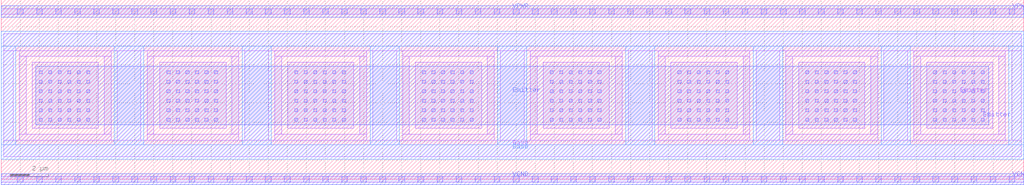
<source format=lef>
VERSION 5.7 ;
  NOWIREEXTENSIONATPIN ON ;
  DIVIDERCHAR "/" ;
  BUSBITCHARS "[]" ;
MACRO sky130_asc_pnp_8
  CLASS CORE ;
  FOREIGN sky130_asc_pnp_8 ;
  ORIGIN 0.000 0.000 ;
  SIZE 53.600 BY 9.400 ;
  SITE unitasc ;
  PIN Emitter
    DIRECTION INOUT ;
    ANTENNADIFFAREA 92.479996 ;
    PORT
      LAYER li1 ;
        RECT 1.615 2.665 5.085 6.135 ;
        RECT 8.315 2.665 11.785 6.135 ;
        RECT 15.015 2.665 18.485 6.135 ;
        RECT 21.715 2.665 25.185 6.135 ;
        RECT 28.415 2.665 31.885 6.135 ;
        RECT 35.115 2.665 38.585 6.135 ;
        RECT 41.815 2.665 45.285 6.135 ;
        RECT 48.515 2.665 51.985 6.135 ;
      LAYER mcon ;
        RECT 1.980 5.530 2.150 5.700 ;
        RECT 2.480 5.530 2.650 5.700 ;
        RECT 2.980 5.530 3.150 5.700 ;
        RECT 3.480 5.530 3.650 5.700 ;
        RECT 3.980 5.530 4.150 5.700 ;
        RECT 4.480 5.530 4.650 5.700 ;
        RECT 1.980 5.030 2.150 5.200 ;
        RECT 2.480 5.030 2.650 5.200 ;
        RECT 2.980 5.030 3.150 5.200 ;
        RECT 3.480 5.030 3.650 5.200 ;
        RECT 3.980 5.030 4.150 5.200 ;
        RECT 4.480 5.030 4.650 5.200 ;
        RECT 1.980 4.530 2.150 4.700 ;
        RECT 2.480 4.530 2.650 4.700 ;
        RECT 2.980 4.530 3.150 4.700 ;
        RECT 3.480 4.530 3.650 4.700 ;
        RECT 3.980 4.530 4.150 4.700 ;
        RECT 4.480 4.530 4.650 4.700 ;
        RECT 1.980 4.030 2.150 4.200 ;
        RECT 2.480 4.030 2.650 4.200 ;
        RECT 2.980 4.030 3.150 4.200 ;
        RECT 3.480 4.030 3.650 4.200 ;
        RECT 3.980 4.030 4.150 4.200 ;
        RECT 4.480 4.030 4.650 4.200 ;
        RECT 1.980 3.530 2.150 3.700 ;
        RECT 2.480 3.530 2.650 3.700 ;
        RECT 2.980 3.530 3.150 3.700 ;
        RECT 3.480 3.530 3.650 3.700 ;
        RECT 3.980 3.530 4.150 3.700 ;
        RECT 4.480 3.530 4.650 3.700 ;
        RECT 1.980 3.030 2.150 3.200 ;
        RECT 2.480 3.030 2.650 3.200 ;
        RECT 2.980 3.030 3.150 3.200 ;
        RECT 3.480 3.030 3.650 3.200 ;
        RECT 3.980 3.030 4.150 3.200 ;
        RECT 4.480 3.030 4.650 3.200 ;
        RECT 8.680 5.530 8.850 5.700 ;
        RECT 9.180 5.530 9.350 5.700 ;
        RECT 9.680 5.530 9.850 5.700 ;
        RECT 10.180 5.530 10.350 5.700 ;
        RECT 10.680 5.530 10.850 5.700 ;
        RECT 11.180 5.530 11.350 5.700 ;
        RECT 8.680 5.030 8.850 5.200 ;
        RECT 9.180 5.030 9.350 5.200 ;
        RECT 9.680 5.030 9.850 5.200 ;
        RECT 10.180 5.030 10.350 5.200 ;
        RECT 10.680 5.030 10.850 5.200 ;
        RECT 11.180 5.030 11.350 5.200 ;
        RECT 8.680 4.530 8.850 4.700 ;
        RECT 9.180 4.530 9.350 4.700 ;
        RECT 9.680 4.530 9.850 4.700 ;
        RECT 10.180 4.530 10.350 4.700 ;
        RECT 10.680 4.530 10.850 4.700 ;
        RECT 11.180 4.530 11.350 4.700 ;
        RECT 8.680 4.030 8.850 4.200 ;
        RECT 9.180 4.030 9.350 4.200 ;
        RECT 9.680 4.030 9.850 4.200 ;
        RECT 10.180 4.030 10.350 4.200 ;
        RECT 10.680 4.030 10.850 4.200 ;
        RECT 11.180 4.030 11.350 4.200 ;
        RECT 8.680 3.530 8.850 3.700 ;
        RECT 9.180 3.530 9.350 3.700 ;
        RECT 9.680 3.530 9.850 3.700 ;
        RECT 10.180 3.530 10.350 3.700 ;
        RECT 10.680 3.530 10.850 3.700 ;
        RECT 11.180 3.530 11.350 3.700 ;
        RECT 8.680 3.030 8.850 3.200 ;
        RECT 9.180 3.030 9.350 3.200 ;
        RECT 9.680 3.030 9.850 3.200 ;
        RECT 10.180 3.030 10.350 3.200 ;
        RECT 10.680 3.030 10.850 3.200 ;
        RECT 11.180 3.030 11.350 3.200 ;
        RECT 15.380 5.530 15.550 5.700 ;
        RECT 15.880 5.530 16.050 5.700 ;
        RECT 16.380 5.530 16.550 5.700 ;
        RECT 16.880 5.530 17.050 5.700 ;
        RECT 17.380 5.530 17.550 5.700 ;
        RECT 17.880 5.530 18.050 5.700 ;
        RECT 15.380 5.030 15.550 5.200 ;
        RECT 15.880 5.030 16.050 5.200 ;
        RECT 16.380 5.030 16.550 5.200 ;
        RECT 16.880 5.030 17.050 5.200 ;
        RECT 17.380 5.030 17.550 5.200 ;
        RECT 17.880 5.030 18.050 5.200 ;
        RECT 15.380 4.530 15.550 4.700 ;
        RECT 15.880 4.530 16.050 4.700 ;
        RECT 16.380 4.530 16.550 4.700 ;
        RECT 16.880 4.530 17.050 4.700 ;
        RECT 17.380 4.530 17.550 4.700 ;
        RECT 17.880 4.530 18.050 4.700 ;
        RECT 15.380 4.030 15.550 4.200 ;
        RECT 15.880 4.030 16.050 4.200 ;
        RECT 16.380 4.030 16.550 4.200 ;
        RECT 16.880 4.030 17.050 4.200 ;
        RECT 17.380 4.030 17.550 4.200 ;
        RECT 17.880 4.030 18.050 4.200 ;
        RECT 15.380 3.530 15.550 3.700 ;
        RECT 15.880 3.530 16.050 3.700 ;
        RECT 16.380 3.530 16.550 3.700 ;
        RECT 16.880 3.530 17.050 3.700 ;
        RECT 17.380 3.530 17.550 3.700 ;
        RECT 17.880 3.530 18.050 3.700 ;
        RECT 15.380 3.030 15.550 3.200 ;
        RECT 15.880 3.030 16.050 3.200 ;
        RECT 16.380 3.030 16.550 3.200 ;
        RECT 16.880 3.030 17.050 3.200 ;
        RECT 17.380 3.030 17.550 3.200 ;
        RECT 17.880 3.030 18.050 3.200 ;
        RECT 22.080 5.530 22.250 5.700 ;
        RECT 22.580 5.530 22.750 5.700 ;
        RECT 23.080 5.530 23.250 5.700 ;
        RECT 23.580 5.530 23.750 5.700 ;
        RECT 24.080 5.530 24.250 5.700 ;
        RECT 24.580 5.530 24.750 5.700 ;
        RECT 22.080 5.030 22.250 5.200 ;
        RECT 22.580 5.030 22.750 5.200 ;
        RECT 23.080 5.030 23.250 5.200 ;
        RECT 23.580 5.030 23.750 5.200 ;
        RECT 24.080 5.030 24.250 5.200 ;
        RECT 24.580 5.030 24.750 5.200 ;
        RECT 22.080 4.530 22.250 4.700 ;
        RECT 22.580 4.530 22.750 4.700 ;
        RECT 23.080 4.530 23.250 4.700 ;
        RECT 23.580 4.530 23.750 4.700 ;
        RECT 24.080 4.530 24.250 4.700 ;
        RECT 24.580 4.530 24.750 4.700 ;
        RECT 22.080 4.030 22.250 4.200 ;
        RECT 22.580 4.030 22.750 4.200 ;
        RECT 23.080 4.030 23.250 4.200 ;
        RECT 23.580 4.030 23.750 4.200 ;
        RECT 24.080 4.030 24.250 4.200 ;
        RECT 24.580 4.030 24.750 4.200 ;
        RECT 22.080 3.530 22.250 3.700 ;
        RECT 22.580 3.530 22.750 3.700 ;
        RECT 23.080 3.530 23.250 3.700 ;
        RECT 23.580 3.530 23.750 3.700 ;
        RECT 24.080 3.530 24.250 3.700 ;
        RECT 24.580 3.530 24.750 3.700 ;
        RECT 22.080 3.030 22.250 3.200 ;
        RECT 22.580 3.030 22.750 3.200 ;
        RECT 23.080 3.030 23.250 3.200 ;
        RECT 23.580 3.030 23.750 3.200 ;
        RECT 24.080 3.030 24.250 3.200 ;
        RECT 24.580 3.030 24.750 3.200 ;
        RECT 28.780 5.530 28.950 5.700 ;
        RECT 29.280 5.530 29.450 5.700 ;
        RECT 29.780 5.530 29.950 5.700 ;
        RECT 30.280 5.530 30.450 5.700 ;
        RECT 30.780 5.530 30.950 5.700 ;
        RECT 31.280 5.530 31.450 5.700 ;
        RECT 28.780 5.030 28.950 5.200 ;
        RECT 29.280 5.030 29.450 5.200 ;
        RECT 29.780 5.030 29.950 5.200 ;
        RECT 30.280 5.030 30.450 5.200 ;
        RECT 30.780 5.030 30.950 5.200 ;
        RECT 31.280 5.030 31.450 5.200 ;
        RECT 28.780 4.530 28.950 4.700 ;
        RECT 29.280 4.530 29.450 4.700 ;
        RECT 29.780 4.530 29.950 4.700 ;
        RECT 30.280 4.530 30.450 4.700 ;
        RECT 30.780 4.530 30.950 4.700 ;
        RECT 31.280 4.530 31.450 4.700 ;
        RECT 28.780 4.030 28.950 4.200 ;
        RECT 29.280 4.030 29.450 4.200 ;
        RECT 29.780 4.030 29.950 4.200 ;
        RECT 30.280 4.030 30.450 4.200 ;
        RECT 30.780 4.030 30.950 4.200 ;
        RECT 31.280 4.030 31.450 4.200 ;
        RECT 28.780 3.530 28.950 3.700 ;
        RECT 29.280 3.530 29.450 3.700 ;
        RECT 29.780 3.530 29.950 3.700 ;
        RECT 30.280 3.530 30.450 3.700 ;
        RECT 30.780 3.530 30.950 3.700 ;
        RECT 31.280 3.530 31.450 3.700 ;
        RECT 28.780 3.030 28.950 3.200 ;
        RECT 29.280 3.030 29.450 3.200 ;
        RECT 29.780 3.030 29.950 3.200 ;
        RECT 30.280 3.030 30.450 3.200 ;
        RECT 30.780 3.030 30.950 3.200 ;
        RECT 31.280 3.030 31.450 3.200 ;
        RECT 35.480 5.530 35.650 5.700 ;
        RECT 35.980 5.530 36.150 5.700 ;
        RECT 36.480 5.530 36.650 5.700 ;
        RECT 36.980 5.530 37.150 5.700 ;
        RECT 37.480 5.530 37.650 5.700 ;
        RECT 37.980 5.530 38.150 5.700 ;
        RECT 35.480 5.030 35.650 5.200 ;
        RECT 35.980 5.030 36.150 5.200 ;
        RECT 36.480 5.030 36.650 5.200 ;
        RECT 36.980 5.030 37.150 5.200 ;
        RECT 37.480 5.030 37.650 5.200 ;
        RECT 37.980 5.030 38.150 5.200 ;
        RECT 35.480 4.530 35.650 4.700 ;
        RECT 35.980 4.530 36.150 4.700 ;
        RECT 36.480 4.530 36.650 4.700 ;
        RECT 36.980 4.530 37.150 4.700 ;
        RECT 37.480 4.530 37.650 4.700 ;
        RECT 37.980 4.530 38.150 4.700 ;
        RECT 35.480 4.030 35.650 4.200 ;
        RECT 35.980 4.030 36.150 4.200 ;
        RECT 36.480 4.030 36.650 4.200 ;
        RECT 36.980 4.030 37.150 4.200 ;
        RECT 37.480 4.030 37.650 4.200 ;
        RECT 37.980 4.030 38.150 4.200 ;
        RECT 35.480 3.530 35.650 3.700 ;
        RECT 35.980 3.530 36.150 3.700 ;
        RECT 36.480 3.530 36.650 3.700 ;
        RECT 36.980 3.530 37.150 3.700 ;
        RECT 37.480 3.530 37.650 3.700 ;
        RECT 37.980 3.530 38.150 3.700 ;
        RECT 35.480 3.030 35.650 3.200 ;
        RECT 35.980 3.030 36.150 3.200 ;
        RECT 36.480 3.030 36.650 3.200 ;
        RECT 36.980 3.030 37.150 3.200 ;
        RECT 37.480 3.030 37.650 3.200 ;
        RECT 37.980 3.030 38.150 3.200 ;
        RECT 42.180 5.530 42.350 5.700 ;
        RECT 42.680 5.530 42.850 5.700 ;
        RECT 43.180 5.530 43.350 5.700 ;
        RECT 43.680 5.530 43.850 5.700 ;
        RECT 44.180 5.530 44.350 5.700 ;
        RECT 44.680 5.530 44.850 5.700 ;
        RECT 42.180 5.030 42.350 5.200 ;
        RECT 42.680 5.030 42.850 5.200 ;
        RECT 43.180 5.030 43.350 5.200 ;
        RECT 43.680 5.030 43.850 5.200 ;
        RECT 44.180 5.030 44.350 5.200 ;
        RECT 44.680 5.030 44.850 5.200 ;
        RECT 42.180 4.530 42.350 4.700 ;
        RECT 42.680 4.530 42.850 4.700 ;
        RECT 43.180 4.530 43.350 4.700 ;
        RECT 43.680 4.530 43.850 4.700 ;
        RECT 44.180 4.530 44.350 4.700 ;
        RECT 44.680 4.530 44.850 4.700 ;
        RECT 42.180 4.030 42.350 4.200 ;
        RECT 42.680 4.030 42.850 4.200 ;
        RECT 43.180 4.030 43.350 4.200 ;
        RECT 43.680 4.030 43.850 4.200 ;
        RECT 44.180 4.030 44.350 4.200 ;
        RECT 44.680 4.030 44.850 4.200 ;
        RECT 42.180 3.530 42.350 3.700 ;
        RECT 42.680 3.530 42.850 3.700 ;
        RECT 43.180 3.530 43.350 3.700 ;
        RECT 43.680 3.530 43.850 3.700 ;
        RECT 44.180 3.530 44.350 3.700 ;
        RECT 44.680 3.530 44.850 3.700 ;
        RECT 42.180 3.030 42.350 3.200 ;
        RECT 42.680 3.030 42.850 3.200 ;
        RECT 43.180 3.030 43.350 3.200 ;
        RECT 43.680 3.030 43.850 3.200 ;
        RECT 44.180 3.030 44.350 3.200 ;
        RECT 44.680 3.030 44.850 3.200 ;
        RECT 48.880 5.530 49.050 5.700 ;
        RECT 49.380 5.530 49.550 5.700 ;
        RECT 49.880 5.530 50.050 5.700 ;
        RECT 50.380 5.530 50.550 5.700 ;
        RECT 50.880 5.530 51.050 5.700 ;
        RECT 51.380 5.530 51.550 5.700 ;
        RECT 48.880 5.030 49.050 5.200 ;
        RECT 49.380 5.030 49.550 5.200 ;
        RECT 49.880 5.030 50.050 5.200 ;
        RECT 50.380 5.030 50.550 5.200 ;
        RECT 50.880 5.030 51.050 5.200 ;
        RECT 51.380 5.030 51.550 5.200 ;
        RECT 48.880 4.530 49.050 4.700 ;
        RECT 49.380 4.530 49.550 4.700 ;
        RECT 49.880 4.530 50.050 4.700 ;
        RECT 50.380 4.530 50.550 4.700 ;
        RECT 50.880 4.530 51.050 4.700 ;
        RECT 51.380 4.530 51.550 4.700 ;
        RECT 48.880 4.030 49.050 4.200 ;
        RECT 49.380 4.030 49.550 4.200 ;
        RECT 49.880 4.030 50.050 4.200 ;
        RECT 50.380 4.030 50.550 4.200 ;
        RECT 50.880 4.030 51.050 4.200 ;
        RECT 51.380 4.030 51.550 4.200 ;
        RECT 48.880 3.530 49.050 3.700 ;
        RECT 49.380 3.530 49.550 3.700 ;
        RECT 49.880 3.530 50.050 3.700 ;
        RECT 50.380 3.530 50.550 3.700 ;
        RECT 50.880 3.530 51.050 3.700 ;
        RECT 51.380 3.530 51.550 3.700 ;
        RECT 48.880 3.030 49.050 3.200 ;
        RECT 49.380 3.030 49.550 3.200 ;
        RECT 49.880 3.030 50.050 3.200 ;
        RECT 50.380 3.030 50.550 3.200 ;
        RECT 50.880 3.030 51.050 3.200 ;
        RECT 51.380 3.030 51.550 3.200 ;
      LAYER met1 ;
        RECT 1.820 2.870 51.780 5.930 ;
    END
  END Emitter
  PIN Base
    DIRECTION INOUT ;
    ANTENNAGATEAREA 213.831192 ;
    ANTENNADIFFAREA 158.894394 ;
    PORT
      LAYER pwell ;
        RECT 0.000 6.985 53.600 7.750 ;
        RECT 0.000 1.815 0.765 6.985 ;
        RECT 5.935 1.815 7.465 6.985 ;
        RECT 12.635 1.815 14.165 6.985 ;
        RECT 19.335 1.815 20.865 6.985 ;
        RECT 26.035 1.815 27.565 6.985 ;
        RECT 32.735 1.815 34.265 6.985 ;
        RECT 39.435 1.815 40.965 6.985 ;
        RECT 46.135 1.815 47.665 6.985 ;
        RECT 52.835 1.815 53.600 6.985 ;
        RECT 0.000 1.050 53.600 1.815 ;
      LAYER li1 ;
        RECT 0.130 6.750 53.470 7.620 ;
        RECT 0.130 2.050 0.625 6.750 ;
        RECT 0.945 6.445 5.755 6.750 ;
        RECT 0.945 2.355 1.305 6.445 ;
        RECT 5.395 2.355 5.755 6.445 ;
        RECT 0.945 2.050 5.755 2.355 ;
        RECT 6.075 2.050 7.325 6.750 ;
        RECT 7.645 6.445 12.455 6.750 ;
        RECT 7.645 2.355 8.005 6.445 ;
        RECT 12.095 2.355 12.455 6.445 ;
        RECT 7.645 2.050 12.455 2.355 ;
        RECT 12.775 2.050 14.025 6.750 ;
        RECT 14.345 6.445 19.155 6.750 ;
        RECT 14.345 2.355 14.705 6.445 ;
        RECT 18.795 2.355 19.155 6.445 ;
        RECT 14.345 2.050 19.155 2.355 ;
        RECT 19.475 2.050 20.725 6.750 ;
        RECT 21.045 6.445 25.855 6.750 ;
        RECT 21.045 2.355 21.405 6.445 ;
        RECT 25.495 2.355 25.855 6.445 ;
        RECT 21.045 2.050 25.855 2.355 ;
        RECT 26.175 2.050 27.425 6.750 ;
        RECT 27.745 6.445 32.555 6.750 ;
        RECT 27.745 2.355 28.105 6.445 ;
        RECT 32.195 2.355 32.555 6.445 ;
        RECT 27.745 2.050 32.555 2.355 ;
        RECT 32.875 2.050 34.125 6.750 ;
        RECT 34.445 6.445 39.255 6.750 ;
        RECT 34.445 2.355 34.805 6.445 ;
        RECT 38.895 2.355 39.255 6.445 ;
        RECT 34.445 2.050 39.255 2.355 ;
        RECT 39.575 2.050 40.825 6.750 ;
        RECT 41.145 6.445 45.955 6.750 ;
        RECT 41.145 2.355 41.505 6.445 ;
        RECT 45.595 2.355 45.955 6.445 ;
        RECT 41.145 2.050 45.955 2.355 ;
        RECT 46.275 2.050 47.525 6.750 ;
        RECT 47.845 6.445 52.655 6.750 ;
        RECT 47.845 2.355 48.205 6.445 ;
        RECT 52.295 2.355 52.655 6.445 ;
        RECT 47.845 2.050 52.655 2.355 ;
        RECT 52.975 2.050 53.470 6.750 ;
        RECT 0.130 1.180 53.470 2.050 ;
    END
  END Base
  PIN VPWR
    DIRECTION INOUT ;
    USE POWER ;
    PORT
      LAYER li1 ;
        RECT 0.000 8.650 53.600 8.950 ;
      LAYER mcon ;
        RECT 0.850 8.650 1.150 8.950 ;
        RECT 1.850 8.650 2.150 8.950 ;
        RECT 2.850 8.650 3.150 8.950 ;
        RECT 3.850 8.650 4.150 8.950 ;
        RECT 4.850 8.650 5.150 8.950 ;
        RECT 5.850 8.650 6.150 8.950 ;
        RECT 6.850 8.650 7.150 8.950 ;
        RECT 7.850 8.650 8.150 8.950 ;
        RECT 8.850 8.650 9.150 8.950 ;
        RECT 9.850 8.650 10.150 8.950 ;
        RECT 10.850 8.650 11.150 8.950 ;
        RECT 11.850 8.650 12.150 8.950 ;
        RECT 12.850 8.650 13.150 8.950 ;
        RECT 13.850 8.650 14.150 8.950 ;
        RECT 14.850 8.650 15.150 8.950 ;
        RECT 15.850 8.650 16.150 8.950 ;
        RECT 16.850 8.650 17.150 8.950 ;
        RECT 17.850 8.650 18.150 8.950 ;
        RECT 18.850 8.650 19.150 8.950 ;
        RECT 19.850 8.650 20.150 8.950 ;
        RECT 20.850 8.650 21.150 8.950 ;
        RECT 21.850 8.650 22.150 8.950 ;
        RECT 22.850 8.650 23.150 8.950 ;
        RECT 23.850 8.650 24.150 8.950 ;
        RECT 24.850 8.650 25.150 8.950 ;
        RECT 25.850 8.650 26.150 8.950 ;
        RECT 26.850 8.650 27.150 8.950 ;
        RECT 27.850 8.650 28.150 8.950 ;
        RECT 28.850 8.650 29.150 8.950 ;
        RECT 29.850 8.650 30.150 8.950 ;
        RECT 30.850 8.650 31.150 8.950 ;
        RECT 31.850 8.650 32.150 8.950 ;
        RECT 32.850 8.650 33.150 8.950 ;
        RECT 33.850 8.650 34.150 8.950 ;
        RECT 34.850 8.650 35.150 8.950 ;
        RECT 35.850 8.650 36.150 8.950 ;
        RECT 36.850 8.650 37.150 8.950 ;
        RECT 37.850 8.650 38.150 8.950 ;
        RECT 38.850 8.650 39.150 8.950 ;
        RECT 39.850 8.650 40.150 8.950 ;
        RECT 40.850 8.650 41.150 8.950 ;
        RECT 41.850 8.650 42.150 8.950 ;
        RECT 42.850 8.650 43.150 8.950 ;
        RECT 43.850 8.650 44.150 8.950 ;
        RECT 44.850 8.650 45.150 8.950 ;
        RECT 45.850 8.650 46.150 8.950 ;
        RECT 46.850 8.650 47.150 8.950 ;
        RECT 47.850 8.650 48.150 8.950 ;
        RECT 48.850 8.650 49.150 8.950 ;
        RECT 49.850 8.650 50.150 8.950 ;
        RECT 50.850 8.650 51.150 8.950 ;
        RECT 51.850 8.650 52.150 8.950 ;
        RECT 52.850 8.650 53.150 8.950 ;
      LAYER met1 ;
        RECT 0.000 8.500 53.600 9.100 ;
    END
  END VPWR
  PIN VGND
    DIRECTION INOUT ;
    USE GROUND ;
    PORT
      LAYER li1 ;
        RECT 0.000 -0.150 53.600 0.150 ;
      LAYER mcon ;
        RECT 0.850 -0.150 1.150 0.150 ;
        RECT 1.850 -0.150 2.150 0.150 ;
        RECT 2.850 -0.150 3.150 0.150 ;
        RECT 3.850 -0.150 4.150 0.150 ;
        RECT 4.850 -0.150 5.150 0.150 ;
        RECT 5.850 -0.150 6.150 0.150 ;
        RECT 6.850 -0.150 7.150 0.150 ;
        RECT 7.850 -0.150 8.150 0.150 ;
        RECT 8.850 -0.150 9.150 0.150 ;
        RECT 9.850 -0.150 10.150 0.150 ;
        RECT 10.850 -0.150 11.150 0.150 ;
        RECT 11.850 -0.150 12.150 0.150 ;
        RECT 12.850 -0.150 13.150 0.150 ;
        RECT 13.850 -0.150 14.150 0.150 ;
        RECT 14.850 -0.150 15.150 0.150 ;
        RECT 15.850 -0.150 16.150 0.150 ;
        RECT 16.850 -0.150 17.150 0.150 ;
        RECT 17.850 -0.150 18.150 0.150 ;
        RECT 18.850 -0.150 19.150 0.150 ;
        RECT 19.850 -0.150 20.150 0.150 ;
        RECT 20.850 -0.150 21.150 0.150 ;
        RECT 21.850 -0.150 22.150 0.150 ;
        RECT 22.850 -0.150 23.150 0.150 ;
        RECT 23.850 -0.150 24.150 0.150 ;
        RECT 24.850 -0.150 25.150 0.150 ;
        RECT 25.850 -0.150 26.150 0.150 ;
        RECT 26.850 -0.150 27.150 0.150 ;
        RECT 27.850 -0.150 28.150 0.150 ;
        RECT 28.850 -0.150 29.150 0.150 ;
        RECT 29.850 -0.150 30.150 0.150 ;
        RECT 30.850 -0.150 31.150 0.150 ;
        RECT 31.850 -0.150 32.150 0.150 ;
        RECT 32.850 -0.150 33.150 0.150 ;
        RECT 33.850 -0.150 34.150 0.150 ;
        RECT 34.850 -0.150 35.150 0.150 ;
        RECT 35.850 -0.150 36.150 0.150 ;
        RECT 36.850 -0.150 37.150 0.150 ;
        RECT 37.850 -0.150 38.150 0.150 ;
        RECT 38.850 -0.150 39.150 0.150 ;
        RECT 39.850 -0.150 40.150 0.150 ;
        RECT 40.850 -0.150 41.150 0.150 ;
        RECT 41.850 -0.150 42.150 0.150 ;
        RECT 42.850 -0.150 43.150 0.150 ;
        RECT 43.850 -0.150 44.150 0.150 ;
        RECT 44.850 -0.150 45.150 0.150 ;
        RECT 45.850 -0.150 46.150 0.150 ;
        RECT 46.850 -0.150 47.150 0.150 ;
        RECT 47.850 -0.150 48.150 0.150 ;
        RECT 48.850 -0.150 49.150 0.150 ;
        RECT 49.850 -0.150 50.150 0.150 ;
        RECT 50.850 -0.150 51.150 0.150 ;
        RECT 51.850 -0.150 52.150 0.150 ;
        RECT 52.850 -0.150 53.150 0.150 ;
      LAYER met1 ;
        RECT 0.000 -0.300 53.600 0.300 ;
    END
  END VGND
END sky130_asc_pnp_8
END LIBRARY


</source>
